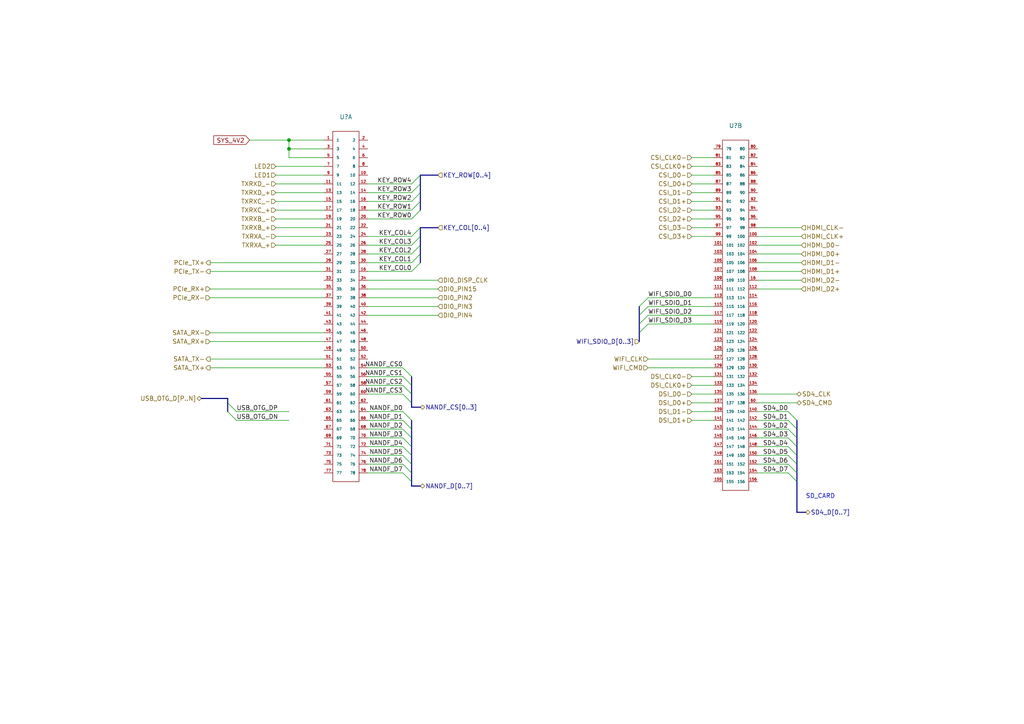
<source format=kicad_sch>
(kicad_sch (version 20211123) (generator eeschema)
  (paper "A4")
  (lib_symbols
    (symbol "IMXDesign-rescue:IMX6ModuleConector_300-William_IMX6QP" (pin_names (offset 1.016))
      (property "Reference" "U" (at 0 3.81 0))
      (property "Value" "IMX6ModuleConector_300-William_IMX6QP" (at 0 6.35 0))
      (symbol "IMX6ModuleConector_300-William_IMX6QP_0_1"
        (rectangle (start -3.81 -5.08) (end 3.81 -106.68))
      )
      (symbol "IMX6ModuleConector_300-William_IMX6QP_1_1"
        (pin input line (at -6.35 -7.62 0) (length 2.54) (name "1") (number "1"))
        (pin input line (at 6.35 -17.78 180) (length 2.54) (name "10") (number "10"))
        (pin input line (at -6.35 -20.32 0) (length 2.54) (name "11") (number "11"))
        (pin input line (at 6.35 -20.32 180) (length 2.54) (name "12") (number "12"))
        (pin input line (at -6.35 -22.86 0) (length 2.54) (name "13") (number "13"))
        (pin input line (at 6.35 -22.86 180) (length 2.54) (name "14") (number "14"))
        (pin input line (at -6.35 -25.4 0) (length 2.54) (name "15") (number "15"))
        (pin input line (at 6.35 -25.4 180) (length 2.54) (name "16") (number "16"))
        (pin input line (at 6.35 -45.72 180) (length 2.54) (name "32") (number "16"))
        (pin input line (at -6.35 -27.94 0) (length 2.54) (name "17") (number "17"))
        (pin input line (at 6.35 -27.94 180) (length 2.54) (name "18") (number "18"))
        (pin input line (at -6.35 -30.48 0) (length 2.54) (name "19") (number "19"))
        (pin input line (at 6.35 -7.62 180) (length 2.54) (name "2") (number "2"))
        (pin input line (at 6.35 -30.48 180) (length 2.54) (name "20") (number "20"))
        (pin input line (at -6.35 -33.02 0) (length 2.54) (name "21") (number "21"))
        (pin input line (at 6.35 -33.02 180) (length 2.54) (name "22") (number "22"))
        (pin input line (at -6.35 -35.56 0) (length 2.54) (name "23") (number "23"))
        (pin input line (at 6.35 -35.56 180) (length 2.54) (name "24") (number "24"))
        (pin input line (at -6.35 -38.1 0) (length 2.54) (name "25") (number "25"))
        (pin input line (at 6.35 -38.1 180) (length 2.54) (name "26") (number "26"))
        (pin input line (at -6.35 -40.64 0) (length 2.54) (name "27") (number "27"))
        (pin input line (at 6.35 -40.64 180) (length 2.54) (name "28") (number "28"))
        (pin input line (at -6.35 -43.18 0) (length 2.54) (name "29") (number "29"))
        (pin input line (at -6.35 -10.16 0) (length 2.54) (name "3") (number "3"))
        (pin input line (at 6.35 -43.18 180) (length 2.54) (name "30") (number "30"))
        (pin input line (at -6.35 -45.72 0) (length 2.54) (name "31") (number "31"))
        (pin input line (at -6.35 -48.26 0) (length 2.54) (name "33") (number "33"))
        (pin input line (at 6.35 -48.26 180) (length 2.54) (name "34") (number "34"))
        (pin input line (at -6.35 -50.8 0) (length 2.54) (name "35") (number "35"))
        (pin input line (at 6.35 -50.8 180) (length 2.54) (name "36") (number "36"))
        (pin input line (at -6.35 -53.34 0) (length 2.54) (name "37") (number "37"))
        (pin input line (at 6.35 -53.34 180) (length 2.54) (name "38") (number "38"))
        (pin input line (at -6.35 -55.88 0) (length 2.54) (name "39") (number "39"))
        (pin input line (at 6.35 -10.16 180) (length 2.54) (name "4") (number "4"))
        (pin input line (at 6.35 -55.88 180) (length 2.54) (name "40") (number "40"))
        (pin input line (at -6.35 -58.42 0) (length 2.54) (name "41") (number "41"))
        (pin input line (at 6.35 -58.42 180) (length 2.54) (name "42") (number "42"))
        (pin input line (at -6.35 -60.96 0) (length 2.54) (name "43") (number "43"))
        (pin input line (at 6.35 -60.96 180) (length 2.54) (name "44") (number "44"))
        (pin input line (at -6.35 -63.5 0) (length 2.54) (name "45") (number "45"))
        (pin input line (at 6.35 -63.5 180) (length 2.54) (name "46") (number "46"))
        (pin input line (at -6.35 -66.04 0) (length 2.54) (name "47") (number "47"))
        (pin input line (at 6.35 -66.04 180) (length 2.54) (name "48") (number "48"))
        (pin input line (at -6.35 -68.58 0) (length 2.54) (name "49") (number "49"))
        (pin input line (at -6.35 -12.7 0) (length 2.54) (name "5") (number "5"))
        (pin input line (at 6.35 -68.58 180) (length 2.54) (name "50") (number "50"))
        (pin input line (at -6.35 -71.12 0) (length 2.54) (name "51") (number "51"))
        (pin input line (at 6.35 -71.12 180) (length 2.54) (name "52") (number "52"))
        (pin input line (at -6.35 -73.66 0) (length 2.54) (name "53") (number "53"))
        (pin input line (at 6.35 -73.66 180) (length 2.54) (name "54") (number "54"))
        (pin input line (at -6.35 -76.2 0) (length 2.54) (name "55") (number "55"))
        (pin input line (at 6.35 -76.2 180) (length 2.54) (name "56") (number "56"))
        (pin input line (at -6.35 -78.74 0) (length 2.54) (name "57") (number "57"))
        (pin input line (at 6.35 -78.74 180) (length 2.54) (name "58") (number "58"))
        (pin input line (at -6.35 -81.28 0) (length 2.54) (name "59") (number "59"))
        (pin input line (at 6.35 -12.7 180) (length 2.54) (name "6") (number "6"))
        (pin input line (at 6.35 -81.28 180) (length 2.54) (name "60") (number "60"))
        (pin input line (at -6.35 -83.82 0) (length 2.54) (name "61") (number "61"))
        (pin input line (at 6.35 -83.82 180) (length 2.54) (name "62") (number "62"))
        (pin input line (at -6.35 -86.36 0) (length 2.54) (name "63") (number "63"))
        (pin input line (at 6.35 -86.36 180) (length 2.54) (name "64") (number "64"))
        (pin input line (at -6.35 -88.9 0) (length 2.54) (name "65") (number "65"))
        (pin input line (at 6.35 -88.9 180) (length 2.54) (name "66") (number "66"))
        (pin input line (at -6.35 -91.44 0) (length 2.54) (name "67") (number "67"))
        (pin input line (at 6.35 -91.44 180) (length 2.54) (name "68") (number "68"))
        (pin input line (at -6.35 -93.98 0) (length 2.54) (name "69") (number "69"))
        (pin input line (at -6.35 -15.24 0) (length 2.54) (name "7") (number "7"))
        (pin input line (at 6.35 -93.98 180) (length 2.54) (name "70") (number "70"))
        (pin input line (at -6.35 -96.52 0) (length 2.54) (name "71") (number "71"))
        (pin input line (at 6.35 -96.52 180) (length 2.54) (name "72") (number "72"))
        (pin input line (at -6.35 -99.06 0) (length 2.54) (name "73") (number "73"))
        (pin input line (at 6.35 -99.06 180) (length 2.54) (name "74") (number "74"))
        (pin input line (at -6.35 -101.6 0) (length 2.54) (name "75") (number "75"))
        (pin input line (at 6.35 -101.6 180) (length 2.54) (name "76") (number "76"))
        (pin input line (at -6.35 -104.14 0) (length 2.54) (name "77") (number "77"))
        (pin input line (at 6.35 -104.14 180) (length 2.54) (name "78") (number "78"))
        (pin input line (at 6.35 -15.24 180) (length 2.54) (name "8") (number "8"))
        (pin input line (at -6.35 -17.78 0) (length 2.54) (name "9") (number "9"))
      )
      (symbol "IMX6ModuleConector_300-William_IMX6QP_2_1"
        (pin input line (at 6.35 -33.02 180) (length 2.54) (name "100") (number "100"))
        (pin input line (at -6.35 -35.56 0) (length 2.54) (name "101") (number "101"))
        (pin input line (at 6.35 -35.56 180) (length 2.54) (name "102") (number "102"))
        (pin input line (at -6.35 -38.1 0) (length 2.54) (name "103") (number "103"))
        (pin input line (at 6.35 -38.1 180) (length 2.54) (name "104") (number "104"))
        (pin input line (at -6.35 -40.64 0) (length 2.54) (name "105") (number "105"))
        (pin input line (at 6.35 -40.64 180) (length 2.54) (name "106") (number "106"))
        (pin input line (at -6.35 -43.18 0) (length 2.54) (name "107") (number "107"))
        (pin input line (at 6.35 -43.18 180) (length 2.54) (name "108") (number "108"))
        (pin input line (at -6.35 -45.72 0) (length 2.54) (name "109") (number "109"))
        (pin input line (at -6.35 -48.26 0) (length 2.54) (name "111") (number "111"))
        (pin input line (at 6.35 -48.26 180) (length 2.54) (name "112") (number "112"))
        (pin input line (at -6.35 -50.8 0) (length 2.54) (name "113") (number "113"))
        (pin input line (at 6.35 -50.8 180) (length 2.54) (name "114") (number "114"))
        (pin input line (at -6.35 -53.34 0) (length 2.54) (name "115") (number "115"))
        (pin input line (at 6.35 -53.34 180) (length 2.54) (name "116") (number "116"))
        (pin input line (at -6.35 -55.88 0) (length 2.54) (name "117") (number "117"))
        (pin input line (at 6.35 -55.88 180) (length 2.54) (name "118") (number "118"))
        (pin input line (at -6.35 -58.42 0) (length 2.54) (name "119") (number "119"))
        (pin input line (at 6.35 -58.42 180) (length 2.54) (name "120") (number "120"))
        (pin input line (at -6.35 -60.96 0) (length 2.54) (name "121") (number "121"))
        (pin input line (at 6.35 -60.96 180) (length 2.54) (name "122") (number "122"))
        (pin input line (at -6.35 -63.5 0) (length 2.54) (name "123") (number "123"))
        (pin input line (at 6.35 -63.5 180) (length 2.54) (name "124") (number "124"))
        (pin input line (at -6.35 -66.04 0) (length 2.54) (name "125") (number "125"))
        (pin input line (at 6.35 -66.04 180) (length 2.54) (name "126") (number "126"))
        (pin input line (at -6.35 -68.58 0) (length 2.54) (name "127") (number "127"))
        (pin input line (at 6.35 -68.58 180) (length 2.54) (name "128") (number "128"))
        (pin input line (at -6.35 -71.12 0) (length 2.54) (name "129") (number "129"))
        (pin input line (at 6.35 -71.12 180) (length 2.54) (name "130") (number "130"))
        (pin input line (at -6.35 -73.66 0) (length 2.54) (name "131") (number "131"))
        (pin input line (at 6.35 -73.66 180) (length 2.54) (name "132") (number "132"))
        (pin input line (at -6.35 -76.2 0) (length 2.54) (name "133") (number "133"))
        (pin input line (at 6.35 -76.2 180) (length 2.54) (name "134") (number "134"))
        (pin input line (at -6.35 -78.74 0) (length 2.54) (name "135") (number "135"))
        (pin input line (at 6.35 -78.74 180) (length 2.54) (name "136") (number "136"))
        (pin input line (at -6.35 -81.28 0) (length 2.54) (name "137") (number "137"))
        (pin input line (at -6.35 -83.82 0) (length 2.54) (name "139") (number "139"))
        (pin input line (at 6.35 -83.82 180) (length 2.54) (name "140") (number "140"))
        (pin input line (at -6.35 -86.36 0) (length 2.54) (name "141") (number "141"))
        (pin input line (at 6.35 -86.36 180) (length 2.54) (name "142") (number "142"))
        (pin input line (at -6.35 -88.9 0) (length 2.54) (name "143") (number "143"))
        (pin input line (at 6.35 -88.9 180) (length 2.54) (name "144") (number "144"))
        (pin input line (at -6.35 -91.44 0) (length 2.54) (name "145") (number "145"))
        (pin input line (at 6.35 -91.44 180) (length 2.54) (name "146") (number "146"))
        (pin input line (at -6.35 -93.98 0) (length 2.54) (name "147") (number "147"))
        (pin input line (at 6.35 -93.98 180) (length 2.54) (name "148") (number "148"))
        (pin input line (at -6.35 -96.52 0) (length 2.54) (name "149") (number "149"))
        (pin input line (at 6.35 -96.52 180) (length 2.54) (name "150") (number "150"))
        (pin input line (at -6.35 -99.06 0) (length 2.54) (name "151") (number "151"))
        (pin input line (at 6.35 -99.06 180) (length 2.54) (name "152") (number "152"))
        (pin input line (at -6.35 -101.6 0) (length 2.54) (name "153") (number "153"))
        (pin input line (at 6.35 -101.6 180) (length 2.54) (name "154") (number "154"))
        (pin input line (at -6.35 -104.14 0) (length 2.54) (name "155") (number "155"))
        (pin input line (at 6.35 -104.14 180) (length 2.54) (name "156") (number "156"))
        (pin input line (at 6.35 -45.72 180) (length 2.54) (name "110") (number "16"))
        (pin input line (at 6.35 -81.28 180) (length 2.54) (name "138") (number "60"))
        (pin input line (at -6.35 -7.62 0) (length 2.54) (name "79") (number "79"))
        (pin input line (at 6.35 -7.62 180) (length 2.54) (name "80") (number "80"))
        (pin input line (at -6.35 -10.16 0) (length 2.54) (name "81") (number "81"))
        (pin input line (at 6.35 -10.16 180) (length 2.54) (name "82") (number "82"))
        (pin input line (at -6.35 -12.7 0) (length 2.54) (name "83") (number "83"))
        (pin input line (at 6.35 -12.7 180) (length 2.54) (name "84") (number "84"))
        (pin input line (at -6.35 -15.24 0) (length 2.54) (name "85") (number "85"))
        (pin input line (at 6.35 -15.24 180) (length 2.54) (name "86") (number "86"))
        (pin input line (at -6.35 -17.78 0) (length 2.54) (name "87") (number "87"))
        (pin input line (at 6.35 -17.78 180) (length 2.54) (name "88") (number "88"))
        (pin input line (at -6.35 -20.32 0) (length 2.54) (name "89") (number "89"))
        (pin input line (at 6.35 -20.32 180) (length 2.54) (name "90") (number "90"))
        (pin input line (at -6.35 -22.86 0) (length 2.54) (name "91") (number "91"))
        (pin input line (at 6.35 -22.86 180) (length 2.54) (name "92") (number "92"))
        (pin input line (at -6.35 -25.4 0) (length 2.54) (name "93") (number "93"))
        (pin input line (at 6.35 -25.4 180) (length 2.54) (name "94") (number "94"))
        (pin input line (at -6.35 -27.94 0) (length 2.54) (name "95") (number "95"))
        (pin input line (at 6.35 -27.94 180) (length 2.54) (name "96") (number "96"))
        (pin input line (at -6.35 -30.48 0) (length 2.54) (name "97") (number "97"))
        (pin input line (at 6.35 -30.48 180) (length 2.54) (name "98") (number "98"))
        (pin input line (at -6.35 -33.02 0) (length 2.54) (name "99") (number "99"))
      )
      (symbol "IMX6ModuleConector_300-William_IMX6QP_3_1"
        (pin input line (at -6.35 -7.62 0) (length 2.54) (name "157") (number "157"))
        (pin input line (at 6.35 -7.62 180) (length 2.54) (name "158") (number "158"))
        (pin input line (at -6.35 -10.16 0) (length 2.54) (name "159") (number "159"))
        (pin input line (at 6.35 -10.16 180) (length 2.54) (name "160") (number "160"))
        (pin input line (at -6.35 -12.7 0) (length 2.54) (name "161") (number "161"))
        (pin input line (at 6.35 -12.7 180) (length 2.54) (name "162") (number "162"))
        (pin input line (at -6.35 -15.24 0) (length 2.54) (name "163") (number "163"))
        (pin input line (at 6.35 -15.24 180) (length 2.54) (name "164") (number "164"))
        (pin input line (at -6.35 -17.78 0) (length 2.54) (name "165") (number "165"))
        (pin input line (at 6.35 -17.78 180) (length 2.54) (name "166") (number "166"))
        (pin input line (at -6.35 -20.32 0) (length 2.54) (name "167") (number "167"))
        (pin input line (at 6.35 -20.32 180) (length 2.54) (name "168") (number "168"))
        (pin input line (at -6.35 -22.86 0) (length 2.54) (name "169") (number "169"))
        (pin input line (at 6.35 -22.86 180) (length 2.54) (name "170") (number "170"))
        (pin input line (at -6.35 -25.4 0) (length 2.54) (name "171") (number "171"))
        (pin input line (at 6.35 -25.4 180) (length 2.54) (name "172") (number "172"))
        (pin input line (at -6.35 -27.94 0) (length 2.54) (name "173") (number "173"))
        (pin input line (at 6.35 -27.94 180) (length 2.54) (name "174") (number "174"))
        (pin input line (at -6.35 -30.48 0) (length 2.54) (name "175") (number "175"))
        (pin input line (at 6.35 -30.48 180) (length 2.54) (name "176") (number "176"))
        (pin input line (at -6.35 -33.02 0) (length 2.54) (name "177") (number "177"))
        (pin input line (at 6.35 -33.02 180) (length 2.54) (name "178") (number "178"))
        (pin input line (at -6.35 -35.56 0) (length 2.54) (name "179") (number "179"))
        (pin input line (at 6.35 -35.56 180) (length 2.54) (name "180") (number "180"))
        (pin input line (at -6.35 -38.1 0) (length 2.54) (name "181") (number "181"))
        (pin input line (at 6.35 -38.1 180) (length 2.54) (name "182") (number "182"))
        (pin input line (at -6.35 -40.64 0) (length 2.54) (name "183") (number "183"))
        (pin input line (at 6.35 -40.64 180) (length 2.54) (name "184") (number "184"))
        (pin input line (at -6.35 -43.18 0) (length 2.54) (name "185") (number "185"))
        (pin input line (at 6.35 -43.18 180) (length 2.54) (name "186") (number "186"))
        (pin input line (at -6.35 -45.72 0) (length 2.54) (name "187") (number "187"))
        (pin input line (at 6.35 -45.72 180) (length 2.54) (name "188") (number "188"))
        (pin input line (at -6.35 -48.26 0) (length 2.54) (name "189") (number "189"))
        (pin input line (at 6.35 -48.26 180) (length 2.54) (name "190") (number "190"))
        (pin input line (at -6.35 -50.8 0) (length 2.54) (name "191") (number "191"))
        (pin input line (at 6.35 -50.8 180) (length 2.54) (name "192") (number "192"))
        (pin input line (at -6.35 -53.34 0) (length 2.54) (name "193") (number "193"))
        (pin input line (at 6.35 -53.34 180) (length 2.54) (name "194") (number "194"))
        (pin input line (at -6.35 -55.88 0) (length 2.54) (name "195") (number "195"))
        (pin input line (at 6.35 -55.88 180) (length 2.54) (name "196") (number "196"))
        (pin input line (at -6.35 -58.42 0) (length 2.54) (name "197") (number "197"))
        (pin input line (at 6.35 -58.42 180) (length 2.54) (name "198") (number "198"))
        (pin input line (at -6.35 -60.96 0) (length 2.54) (name "199") (number "199"))
        (pin input line (at 6.35 -60.96 180) (length 2.54) (name "200") (number "200"))
        (pin input line (at -6.35 -63.5 0) (length 2.54) (name "201") (number "201"))
        (pin input line (at 6.35 -63.5 180) (length 2.54) (name "202") (number "202"))
        (pin input line (at -6.35 -66.04 0) (length 2.54) (name "203") (number "203"))
        (pin input line (at 6.35 -66.04 180) (length 2.54) (name "204") (number "204"))
        (pin input line (at -6.35 -68.58 0) (length 2.54) (name "205") (number "205"))
        (pin input line (at 6.35 -68.58 180) (length 2.54) (name "206") (number "206"))
        (pin input line (at -6.35 -71.12 0) (length 2.54) (name "207") (number "207"))
        (pin input line (at 6.35 -71.12 180) (length 2.54) (name "208") (number "208"))
        (pin input line (at -6.35 -73.66 0) (length 2.54) (name "209") (number "209"))
        (pin input line (at 6.35 -73.66 180) (length 2.54) (name "210") (number "210"))
        (pin input line (at -6.35 -76.2 0) (length 2.54) (name "211") (number "211"))
        (pin input line (at 6.35 -76.2 180) (length 2.54) (name "212") (number "212"))
        (pin input line (at -6.35 -78.74 0) (length 2.54) (name "213") (number "213"))
        (pin input line (at 6.35 -78.74 180) (length 2.54) (name "214") (number "214"))
        (pin input line (at -6.35 -81.28 0) (length 2.54) (name "215") (number "215"))
        (pin input line (at 6.35 -81.28 180) (length 2.54) (name "216") (number "216"))
        (pin input line (at -6.35 -83.82 0) (length 2.54) (name "217") (number "217"))
        (pin input line (at 6.35 -83.82 180) (length 2.54) (name "218") (number "218"))
        (pin input line (at -6.35 -86.36 0) (length 2.54) (name "219") (number "219"))
        (pin input line (at 6.35 -86.36 180) (length 2.54) (name "220") (number "220"))
        (pin input line (at -6.35 -88.9 0) (length 2.54) (name "221") (number "221"))
        (pin input line (at 6.35 -88.9 180) (length 2.54) (name "222") (number "222"))
        (pin input line (at -6.35 -91.44 0) (length 2.54) (name "223") (number "223"))
        (pin input line (at 6.35 -91.44 180) (length 2.54) (name "224") (number "224"))
        (pin input line (at -6.35 -93.98 0) (length 2.54) (name "225") (number "225"))
        (pin input line (at 6.35 -93.98 180) (length 2.54) (name "226") (number "226"))
        (pin input line (at -6.35 -96.52 0) (length 2.54) (name "227") (number "227"))
        (pin input line (at 6.35 -96.52 180) (length 2.54) (name "228") (number "228"))
        (pin input line (at -6.35 -99.06 0) (length 2.54) (name "229") (number "229"))
        (pin input line (at 6.35 -99.06 180) (length 2.54) (name "230") (number "230"))
        (pin input line (at -6.35 -101.6 0) (length 2.54) (name "231") (number "231"))
        (pin input line (at 6.35 -101.6 180) (length 2.54) (name "232") (number "232"))
        (pin input line (at -6.35 -104.14 0) (length 2.54) (name "233") (number "233"))
        (pin input line (at 6.35 -104.14 180) (length 2.54) (name "234") (number "234"))
      )
      (symbol "IMX6ModuleConector_300-William_IMX6QP_4_1"
        (pin input line (at -6.35 -6.35 0) (length 2.54) (name "235") (number "235"))
        (pin input line (at 6.35 -6.35 180) (length 2.54) (name "236") (number "236"))
        (pin input line (at -6.35 -8.89 0) (length 2.54) (name "237") (number "237"))
        (pin input line (at 6.35 -8.89 180) (length 2.54) (name "238") (number "238"))
        (pin input line (at -6.35 -11.43 0) (length 2.54) (name "239") (number "239"))
        (pin input line (at 6.35 -11.43 180) (length 2.54) (name "240") (number "240"))
        (pin input line (at -6.35 -13.97 0) (length 2.54) (name "241") (number "241"))
        (pin input line (at 6.35 -13.97 180) (length 2.54) (name "242") (number "242"))
        (pin input line (at -6.35 -16.51 0) (length 2.54) (name "243") (number "243"))
        (pin input line (at 6.35 -16.51 180) (length 2.54) (name "244") (number "244"))
        (pin input line (at -6.35 -19.05 0) (length 2.54) (name "245") (number "245"))
        (pin input line (at 6.35 -19.05 180) (length 2.54) (name "246") (number "246"))
        (pin input line (at -6.35 -21.59 0) (length 2.54) (name "247") (number "247"))
        (pin input line (at 6.35 -21.59 180) (length 2.54) (name "248") (number "248"))
        (pin input line (at -6.35 -24.13 0) (length 2.54) (name "249") (number "249"))
        (pin input line (at 6.35 -24.13 180) (length 2.54) (name "250") (number "250"))
        (pin input line (at -6.35 -26.67 0) (length 2.54) (name "251") (number "251"))
        (pin input line (at 6.35 -26.67 180) (length 2.54) (name "252") (number "252"))
        (pin input line (at -6.35 -29.21 0) (length 2.54) (name "253") (number "253"))
        (pin input line (at 6.35 -29.21 180) (length 2.54) (name "254") (number "254"))
        (pin input line (at -6.35 -31.75 0) (length 2.54) (name "255") (number "255"))
        (pin input line (at 6.35 -31.75 180) (length 2.54) (name "256") (number "256"))
        (pin input line (at -6.35 -34.29 0) (length 2.54) (name "257") (number "257"))
        (pin input line (at 6.35 -34.29 180) (length 2.54) (name "258") (number "258"))
        (pin input line (at -6.35 -36.83 0) (length 2.54) (name "259") (number "259"))
        (pin input line (at 6.35 -36.83 180) (length 2.54) (name "260") (number "260"))
        (pin input line (at -6.35 -39.37 0) (length 2.54) (name "261") (number "261"))
        (pin input line (at 6.35 -39.37 180) (length 2.54) (name "262") (number "262"))
        (pin input line (at -6.35 -41.91 0) (length 2.54) (name "263") (number "263"))
        (pin input line (at 6.35 -41.91 180) (length 2.54) (name "264") (number "264"))
        (pin input line (at -6.35 -44.45 0) (length 2.54) (name "265") (number "265"))
        (pin input line (at 6.35 -44.45 180) (length 2.54) (name "266") (number "266"))
        (pin input line (at -6.35 -46.99 0) (length 2.54) (name "267") (number "267"))
        (pin input line (at 6.35 -46.99 180) (length 2.54) (name "268") (number "268"))
        (pin input line (at -6.35 -49.53 0) (length 2.54) (name "269") (number "269"))
        (pin input line (at 6.35 -49.53 180) (length 2.54) (name "270") (number "270"))
        (pin input line (at -6.35 -52.07 0) (length 2.54) (name "271") (number "271"))
        (pin input line (at 6.35 -52.07 180) (length 2.54) (name "272") (number "272"))
        (pin input line (at -6.35 -54.61 0) (length 2.54) (name "273") (number "273"))
        (pin input line (at 6.35 -54.61 180) (length 2.54) (name "274") (number "274"))
        (pin input line (at -6.35 -57.15 0) (length 2.54) (name "275") (number "275"))
        (pin input line (at 6.35 -57.15 180) (length 2.54) (name "276") (number "276"))
        (pin input line (at -6.35 -59.69 0) (length 2.54) (name "277") (number "277"))
        (pin input line (at 6.35 -59.69 180) (length 2.54) (name "278") (number "278"))
        (pin input line (at -6.35 -62.23 0) (length 2.54) (name "279") (number "279"))
        (pin input line (at 6.35 -62.23 180) (length 2.54) (name "280") (number "280"))
        (pin input line (at -6.35 -64.77 0) (length 2.54) (name "281") (number "281"))
        (pin input line (at 6.35 -64.77 180) (length 2.54) (name "282") (number "282"))
        (pin input line (at -6.35 -67.31 0) (length 2.54) (name "283") (number "283"))
        (pin input line (at 6.35 -67.31 180) (length 2.54) (name "284") (number "284"))
        (pin input line (at -6.35 -69.85 0) (length 2.54) (name "285") (number "285"))
        (pin input line (at 6.35 -69.85 180) (length 2.54) (name "286") (number "286"))
        (pin input line (at -6.35 -72.39 0) (length 2.54) (name "287") (number "287"))
        (pin input line (at 6.35 -72.39 180) (length 2.54) (name "288") (number "288"))
        (pin input line (at -6.35 -74.93 0) (length 2.54) (name "289") (number "289"))
        (pin input line (at 6.35 -74.93 180) (length 2.54) (name "290") (number "290"))
        (pin input line (at -6.35 -77.47 0) (length 2.54) (name "291") (number "291"))
        (pin input line (at 6.35 -77.47 180) (length 2.54) (name "292") (number "292"))
        (pin input line (at -6.35 -80.01 0) (length 2.54) (name "293") (number "293"))
        (pin input line (at 6.35 -80.01 180) (length 2.54) (name "294") (number "294"))
        (pin input line (at -6.35 -82.55 0) (length 2.54) (name "295") (number "295"))
        (pin input line (at 6.35 -82.55 180) (length 2.54) (name "296") (number "296"))
        (pin input line (at -6.35 -85.09 0) (length 2.54) (name "297") (number "297"))
        (pin input line (at 6.35 -85.09 180) (length 2.54) (name "298") (number "298"))
        (pin input line (at -6.35 -87.63 0) (length 2.54) (name "299") (number "299"))
        (pin input line (at 6.35 -87.63 180) (length 2.54) (name "300") (number "300"))
        (pin input line (at -6.35 -90.17 0) (length 2.54) (name "301") (number "301"))
        (pin input line (at 6.35 -90.17 180) (length 2.54) (name "302") (number "302"))
        (pin input line (at -6.35 -92.71 0) (length 2.54) (name "303") (number "303"))
        (pin input line (at 6.35 -92.71 180) (length 2.54) (name "304") (number "304"))
        (pin input line (at -6.35 -95.25 0) (length 2.54) (name "305") (number "305"))
        (pin input line (at 6.35 -95.25 180) (length 2.54) (name "306") (number "306"))
        (pin input line (at -6.35 -97.79 0) (length 2.54) (name "307") (number "307"))
        (pin input line (at 6.35 -97.79 180) (length 2.54) (name "308") (number "308"))
        (pin input line (at -6.35 -100.33 0) (length 2.54) (name "309") (number "309"))
        (pin input line (at 6.35 -100.33 180) (length 2.54) (name "310") (number "310"))
        (pin input line (at -6.35 -102.87 0) (length 2.54) (name "311") (number "311"))
        (pin input line (at 6.35 -102.87 180) (length 2.54) (name "312") (number "312"))
        (pin input line (at -6.35 -105.41 0) (length 2.54) (name "313") (number "313"))
        (pin input line (at 6.35 -105.41 180) (length 2.54) (name "314") (number "314"))
      )
    )
  )
  (junction (at 83.82 43.18))
  (junction (at 83.82 40.64))
  (bus_entry (at 119.38 78.74) (size 2.54 -2.54))
  (bus_entry (at 116.84 121.92) (size 2.54 2.54))
  (bus_entry (at 116.84 111.76) (size 2.54 2.54))
  (bus_entry (at 228.6 121.92) (size 2.54 2.54))
  (bus_entry (at 116.84 119.38) (size 2.54 2.54))
  (bus_entry (at 187.96 88.9) (size -2.54 2.54))
  (bus_entry (at 116.84 124.46) (size 2.54 2.54))
  (bus_entry (at 119.38 76.2) (size 2.54 -2.54))
  (bus_entry (at 116.84 109.22) (size 2.54 2.54))
  (bus_entry (at 187.96 86.36) (size -2.54 2.54))
  (bus_entry (at 116.84 129.54) (size 2.54 2.54))
  (bus_entry (at 119.38 58.42) (size 2.54 -2.54))
  (bus_entry (at 119.38 55.88) (size 2.54 -2.54))
  (bus_entry (at 119.38 73.66) (size 2.54 -2.54))
  (bus_entry (at 228.6 119.38) (size 2.54 2.54))
  (bus_entry (at 119.38 53.34) (size 2.54 -2.54))
  (bus_entry (at 187.96 91.44) (size -2.54 2.54))
  (bus_entry (at 228.6 124.46) (size 2.54 2.54))
  (bus_entry (at 187.96 93.98) (size -2.54 2.54))
  (bus_entry (at 116.84 132.08) (size 2.54 2.54))
  (bus_entry (at 228.6 127) (size 2.54 2.54))
  (bus_entry (at 68.58 121.92) (size -2.54 -2.54))
  (bus_entry (at 116.84 114.3) (size 2.54 2.54))
  (bus_entry (at 116.84 137.16) (size 2.54 2.54))
  (bus_entry (at 228.6 129.54) (size 2.54 2.54))
  (bus_entry (at 228.6 134.62) (size 2.54 2.54))
  (bus_entry (at 228.6 132.08) (size 2.54 2.54))
  (bus_entry (at 119.38 60.96) (size 2.54 -2.54))
  (bus_entry (at 119.38 71.12) (size 2.54 -2.54))
  (bus_entry (at 119.38 68.58) (size 2.54 -2.54))
  (bus_entry (at 116.84 134.62) (size 2.54 2.54))
  (bus_entry (at 68.58 119.38) (size -2.54 -2.54))
  (bus_entry (at 116.84 127) (size 2.54 2.54))
  (bus_entry (at 228.6 137.16) (size 2.54 2.54))
  (bus_entry (at 116.84 106.68) (size 2.54 2.54))
  (bus_entry (at 119.38 63.5) (size 2.54 -2.54))
  (wire (pts (xy 219.71 68.58) (xy 232.41 68.58)))
  (wire (pts (xy 93.98 96.52) (xy 60.96 96.52)))
  (wire (pts (xy 219.71 124.46) (xy 228.6 124.46)))
  (wire (pts (xy 219.71 132.08) (xy 228.6 132.08)))
  (wire (pts (xy 93.98 86.36) (xy 60.96 86.36)))
  (wire (pts (xy 93.98 45.72) (xy 83.82 45.72)))
  (bus (pts (xy 119.38 116.84) (xy 119.38 118.11)))
  (wire (pts (xy 93.98 55.88) (xy 80.01 55.88)))
  (wire (pts (xy 207.01 68.58) (xy 200.66 68.58)))
  (bus (pts (xy 119.38 118.11) (xy 121.92 118.11)))
  (bus (pts (xy 66.04 116.84) (xy 66.04 119.38)))
  (wire (pts (xy 219.71 127) (xy 228.6 127)))
  (bus (pts (xy 231.14 139.7) (xy 231.14 148.59)))
  (bus (pts (xy 121.92 71.12) (xy 121.92 73.66)))
  (bus (pts (xy 66.04 115.57) (xy 58.42 115.57)))
  (wire (pts (xy 93.98 68.58) (xy 80.01 68.58)))
  (wire (pts (xy 207.01 63.5) (xy 200.66 63.5)))
  (wire (pts (xy 93.98 104.14) (xy 60.96 104.14)))
  (bus (pts (xy 119.38 137.16) (xy 119.38 139.7)))
  (wire (pts (xy 119.38 58.42) (xy 106.68 58.42)))
  (wire (pts (xy 207.01 119.38) (xy 200.66 119.38)))
  (bus (pts (xy 119.38 124.46) (xy 119.38 127)))
  (bus (pts (xy 119.38 127) (xy 119.38 129.54)))
  (bus (pts (xy 185.42 93.98) (xy 185.42 96.52)))
  (wire (pts (xy 93.98 60.96) (xy 80.01 60.96)))
  (wire (pts (xy 207.01 55.88) (xy 200.66 55.88)))
  (wire (pts (xy 207.01 109.22) (xy 200.66 109.22)))
  (bus (pts (xy 119.38 114.3) (xy 119.38 116.84)))
  (bus (pts (xy 119.38 121.92) (xy 119.38 124.46)))
  (wire (pts (xy 119.38 68.58) (xy 106.68 68.58)))
  (wire (pts (xy 219.71 78.74) (xy 232.41 78.74)))
  (wire (pts (xy 207.01 45.72) (xy 200.66 45.72)))
  (wire (pts (xy 219.71 129.54) (xy 228.6 129.54)))
  (wire (pts (xy 207.01 106.68) (xy 187.96 106.68)))
  (wire (pts (xy 106.68 88.9) (xy 127 88.9)))
  (wire (pts (xy 219.71 73.66) (xy 232.41 73.66)))
  (wire (pts (xy 207.01 116.84) (xy 200.66 116.84)))
  (wire (pts (xy 93.98 99.06) (xy 60.96 99.06)))
  (wire (pts (xy 106.68 86.36) (xy 127 86.36)))
  (bus (pts (xy 231.14 124.46) (xy 231.14 127)))
  (bus (pts (xy 231.14 148.59) (xy 233.68 148.59)))
  (wire (pts (xy 207.01 93.98) (xy 187.96 93.98)))
  (wire (pts (xy 93.98 76.2) (xy 60.96 76.2)))
  (wire (pts (xy 207.01 60.96) (xy 200.66 60.96)))
  (wire (pts (xy 93.98 106.68) (xy 60.96 106.68)))
  (bus (pts (xy 119.38 109.22) (xy 119.38 111.76)))
  (wire (pts (xy 93.98 53.34) (xy 80.01 53.34)))
  (wire (pts (xy 93.98 66.04) (xy 80.01 66.04)))
  (wire (pts (xy 219.71 81.28) (xy 232.41 81.28)))
  (wire (pts (xy 93.98 58.42) (xy 80.01 58.42)))
  (wire (pts (xy 83.82 45.72) (xy 83.82 43.18)))
  (wire (pts (xy 106.68 137.16) (xy 116.84 137.16)))
  (wire (pts (xy 207.01 121.92) (xy 200.66 121.92)))
  (wire (pts (xy 219.71 71.12) (xy 232.41 71.12)))
  (wire (pts (xy 93.98 83.82) (xy 60.96 83.82)))
  (wire (pts (xy 93.98 48.26) (xy 80.01 48.26)))
  (wire (pts (xy 207.01 91.44) (xy 187.96 91.44)))
  (wire (pts (xy 93.98 63.5) (xy 80.01 63.5)))
  (bus (pts (xy 119.38 111.76) (xy 119.38 114.3)))
  (wire (pts (xy 106.68 91.44) (xy 127 91.44)))
  (bus (pts (xy 119.38 139.7) (xy 119.38 140.97)))
  (wire (pts (xy 106.68 127) (xy 116.84 127)))
  (wire (pts (xy 119.38 63.5) (xy 106.68 63.5)))
  (wire (pts (xy 72.39 40.64) (xy 83.82 40.64)))
  (bus (pts (xy 231.14 134.62) (xy 231.14 137.16)))
  (bus (pts (xy 185.42 91.44) (xy 185.42 93.98)))
  (bus (pts (xy 231.14 121.92) (xy 231.14 124.46)))
  (bus (pts (xy 119.38 134.62) (xy 119.38 137.16)))
  (wire (pts (xy 219.71 137.16) (xy 228.6 137.16)))
  (wire (pts (xy 119.38 53.34) (xy 106.68 53.34)))
  (wire (pts (xy 93.98 71.12) (xy 80.01 71.12)))
  (wire (pts (xy 93.98 40.64) (xy 83.82 40.64)))
  (wire (pts (xy 93.98 43.18) (xy 83.82 43.18)))
  (wire (pts (xy 207.01 111.76) (xy 200.66 111.76)))
  (bus (pts (xy 121.92 66.04) (xy 121.92 68.58)))
  (wire (pts (xy 106.68 132.08) (xy 116.84 132.08)))
  (wire (pts (xy 83.82 43.18) (xy 83.82 40.64)))
  (bus (pts (xy 121.92 50.8) (xy 121.92 53.34)))
  (wire (pts (xy 106.68 121.92) (xy 116.84 121.92)))
  (wire (pts (xy 207.01 88.9) (xy 187.96 88.9)))
  (wire (pts (xy 119.38 76.2) (xy 106.68 76.2)))
  (bus (pts (xy 119.38 129.54) (xy 119.38 132.08)))
  (bus (pts (xy 121.92 55.88) (xy 121.92 58.42)))
  (wire (pts (xy 106.68 111.76) (xy 116.84 111.76)))
  (bus (pts (xy 121.92 73.66) (xy 121.92 76.2)))
  (wire (pts (xy 106.68 129.54) (xy 116.84 129.54)))
  (bus (pts (xy 231.14 137.16) (xy 231.14 139.7)))
  (wire (pts (xy 219.71 119.38) (xy 228.6 119.38)))
  (wire (pts (xy 93.98 50.8) (xy 80.01 50.8)))
  (bus (pts (xy 231.14 127) (xy 231.14 129.54)))
  (wire (pts (xy 207.01 58.42) (xy 200.66 58.42)))
  (wire (pts (xy 119.38 78.74) (xy 106.68 78.74)))
  (wire (pts (xy 106.68 109.22) (xy 116.84 109.22)))
  (bus (pts (xy 119.38 132.08) (xy 119.38 134.62)))
  (wire (pts (xy 83.82 121.92) (xy 68.58 121.92)))
  (bus (pts (xy 119.38 140.97) (xy 121.92 140.97)))
  (wire (pts (xy 106.68 83.82) (xy 127 83.82)))
  (wire (pts (xy 207.01 104.14) (xy 187.96 104.14)))
  (wire (pts (xy 116.84 119.38) (xy 106.68 119.38)))
  (bus (pts (xy 121.92 53.34) (xy 121.92 55.88)))
  (bus (pts (xy 231.14 129.54) (xy 231.14 132.08)))
  (wire (pts (xy 219.71 134.62) (xy 228.6 134.62)))
  (bus (pts (xy 185.42 88.9) (xy 185.42 91.44)))
  (bus (pts (xy 66.04 115.57) (xy 66.04 116.84)))
  (wire (pts (xy 106.68 81.28) (xy 127 81.28)))
  (wire (pts (xy 219.71 83.82) (xy 232.41 83.82)))
  (wire (pts (xy 207.01 53.34) (xy 200.66 53.34)))
  (bus (pts (xy 121.92 66.04) (xy 127 66.04)))
  (wire (pts (xy 119.38 55.88) (xy 106.68 55.88)))
  (wire (pts (xy 119.38 73.66) (xy 106.68 73.66)))
  (bus (pts (xy 121.92 58.42) (xy 121.92 60.96)))
  (wire (pts (xy 119.38 71.12) (xy 106.68 71.12)))
  (wire (pts (xy 83.82 119.38) (xy 68.58 119.38)))
  (wire (pts (xy 207.01 86.36) (xy 187.96 86.36)))
  (wire (pts (xy 106.68 114.3) (xy 116.84 114.3)))
  (wire (pts (xy 219.71 76.2) (xy 232.41 76.2)))
  (wire (pts (xy 219.71 121.92) (xy 228.6 121.92)))
  (bus (pts (xy 231.14 132.08) (xy 231.14 134.62)))
  (bus (pts (xy 121.92 68.58) (xy 121.92 71.12)))
  (wire (pts (xy 119.38 60.96) (xy 106.68 60.96)))
  (wire (pts (xy 207.01 50.8) (xy 200.66 50.8)))
  (wire (pts (xy 207.01 114.3) (xy 200.66 114.3)))
  (wire (pts (xy 219.71 114.3) (xy 231.14 114.3)))
  (wire (pts (xy 106.68 134.62) (xy 116.84 134.62)))
  (wire (pts (xy 207.01 66.04) (xy 200.66 66.04)))
  (wire (pts (xy 219.71 66.04) (xy 232.41 66.04)))
  (bus (pts (xy 121.92 50.8) (xy 127 50.8)))
  (wire (pts (xy 207.01 48.26) (xy 200.66 48.26)))
  (wire (pts (xy 93.98 78.74) (xy 60.96 78.74)))
  (wire (pts (xy 106.68 106.68) (xy 116.84 106.68)))
  (wire (pts (xy 219.71 116.84) (xy 231.14 116.84)))
  (wire (pts (xy 106.68 124.46) (xy 116.84 124.46)))
  (bus (pts (xy 185.42 96.52) (xy 185.42 99.06)))
  (text "SD_CARD" (at 233.68 144.78 0) (effects (font (size 1.27 1.27)) (justify left bottom)))
  (label "NANDF_D2" (at 116.84 124.46 180))
  (label "NANDF_D1" (at 116.84 121.92 180))
  (label "KEY_COL2" (at 119.38 73.66 180))
  (label "USB_OTG_DP" (at 68.58 119.38 0))
  (label "KEY_ROW0" (at 119.38 63.5 180))
  (label "SD4_D2" (at 228.6 124.46 180))
  (label "SD4_D6" (at 228.6 134.62 180))
  (label "NANDF_D7" (at 116.84 137.16 180))
  (label "KEY_COL0" (at 119.38 78.74 180))
  (label "KEY_COL1" (at 119.38 76.2 180))
  (label "NANDF_D6" (at 116.84 134.62 180))
  (label "USB_OTG_DN" (at 68.58 121.92 0))
  (label "SD4_D0" (at 228.6 119.38 180))
  (label "KEY_COL4" (at 119.38 68.58 180))
  (label "SD4_D4" (at 228.6 129.54 180))
  (label "NANDF_D4" (at 116.84 129.54 180))
  (label "NANDF_D5" (at 116.84 132.08 180))
  (label "WIFI_SDIO_D3" (at 187.96 93.98 0))
  (label "KEY_ROW2" (at 119.38 58.42 180))
  (label "NANDF_CS2" (at 116.84 111.76 180))
  (label "NANDF_D0" (at 116.84 119.38 180))
  (label "WIFI_SDIO_D1" (at 187.96 88.9 0))
  (label "KEY_COL3" (at 119.38 71.12 180))
  (label "KEY_ROW1" (at 119.38 60.96 180))
  (label "SD4_D5" (at 228.6 132.08 180))
  (label "KEY_ROW4" (at 119.38 53.34 180))
  (label "SD4_D3" (at 228.6 127 180))
  (label "NANDF_CS0" (at 116.84 106.68 180))
  (label "WIFI_SDIO_D0" (at 187.96 86.36 0))
  (label "SD4_D1" (at 228.6 121.92 180))
  (label "SD4_D7" (at 228.6 137.16 180))
  (label "NANDF_CS3" (at 116.84 114.3 180))
  (label "WIFI_SDIO_D2" (at 187.96 91.44 0))
  (label "KEY_ROW3" (at 119.38 55.88 180))
  (label "NANDF_D3" (at 116.84 127 180))
  (label "NANDF_CS1" (at 116.84 109.22 180))
  (global_label "SYS_4V2" (shape input) (at 72.39 40.64 180) (property "Intersheet References" "${INTERSHEET_REFS}" (effects hide)))
  (hierarchical_label "DI0_DISP_CLK" (shape input) (at 127 81.28 0))
  (hierarchical_label "KEY_ROW[0..4]" (shape input) (at 127 50.8 0))
  (hierarchical_label "TXRXA_+" (shape input) (at 80.01 71.12 180))
  (hierarchical_label "CSI_D1-" (shape input) (at 200.66 55.88 180))
  (hierarchical_label "DI0_PIN4" (shape input) (at 127 91.44 0))
  (hierarchical_label "LED1" (shape input) (at 80.01 50.8 180))
  (hierarchical_label "CSI_CLK0-" (shape input) (at 200.66 45.72 180))
  (hierarchical_label "USB_OTG_D[P..N]" (shape bidirectional) (at 58.42 115.57 180))
  (hierarchical_label "NANDF_CS[0..3]" (shape bidirectional) (at 121.92 118.11 0))
  (hierarchical_label "CSI_D0+" (shape input) (at 200.66 53.34 180))
  (hierarchical_label "SD4_CMD" (shape bidirectional) (at 231.14 116.84 0))
  (hierarchical_label "CSI_D0-" (shape input) (at 200.66 50.8 180))
  (hierarchical_label "SATA_RX-" (shape input) (at 60.96 96.52 180))
  (hierarchical_label "WIFI_CLK" (shape input) (at 187.96 104.14 180))
  (hierarchical_label "DI0_PIN2" (shape input) (at 127 86.36 0))
  (hierarchical_label "SD4_D[0..7]" (shape bidirectional) (at 233.68 148.59 0))
  (hierarchical_label "SATA_TX+" (shape output) (at 60.96 106.68 180))
  (hierarchical_label "DSI_CLK0+" (shape input) (at 200.66 111.76 180))
  (hierarchical_label "KEY_COL[0..4]" (shape input) (at 127 66.04 0))
  (hierarchical_label "SATA_TX-" (shape output) (at 60.96 104.14 180))
  (hierarchical_label "DSI_D0-" (shape input) (at 200.66 114.3 180))
  (hierarchical_label "LED2" (shape input) (at 80.01 48.26 180))
  (hierarchical_label "DSI_CLK0-" (shape input) (at 200.66 109.22 180))
  (hierarchical_label "CSI_CLK0+" (shape input) (at 200.66 48.26 180))
  (hierarchical_label "TXRXB_+" (shape input) (at 80.01 66.04 180))
  (hierarchical_label "WIFI_CMD" (shape input) (at 187.96 106.68 180))
  (hierarchical_label "PCIe_TX+" (shape output) (at 60.96 76.2 180))
  (hierarchical_label "HDMI_D1+" (shape input) (at 232.41 78.74 0))
  (hierarchical_label "CSI_D2-" (shape input) (at 200.66 60.96 180))
  (hierarchical_label "SATA_RX+" (shape input) (at 60.96 99.06 180))
  (hierarchical_label "CSI_D3+" (shape input) (at 200.66 68.58 180))
  (hierarchical_label "WIFI_SDIO_D[0..3]" (shape input) (at 185.42 99.06 180))
  (hierarchical_label "HDMI_D2-" (shape input) (at 232.41 81.28 0))
  (hierarchical_label "TXRXB_-" (shape input) (at 80.01 63.5 180))
  (hierarchical_label "DI0_PIN15" (shape input) (at 127 83.82 0))
  (hierarchical_label "HDMI_D0+" (shape input) (at 232.41 73.66 0))
  (hierarchical_label "HDMI_CLK-" (shape input) (at 232.41 66.04 0))
  (hierarchical_label "SD4_CLK" (shape bidirectional) (at 231.14 114.3 0))
  (hierarchical_label "TXRXC_+" (shape input) (at 80.01 60.96 180))
  (hierarchical_label "PCIe_TX-" (shape output) (at 60.96 78.74 180))
  (hierarchical_label "HDMI_D0-" (shape input) (at 232.41 71.12 0))
  (hierarchical_label "DI0_PIN3" (shape input) (at 127 88.9 0))
  (hierarchical_label "DSI_D1+" (shape input) (at 200.66 121.92 180))
  (hierarchical_label "HDMI_D2+" (shape input) (at 232.41 83.82 0))
  (hierarchical_label "PCIe_RX+" (shape input) (at 60.96 83.82 180))
  (hierarchical_label "CSI_D3-" (shape input) (at 200.66 66.04 180))
  (hierarchical_label "DSI_D0+" (shape input) (at 200.66 116.84 180))
  (hierarchical_label "CSI_D2+" (shape input) (at 200.66 63.5 180))
  (hierarchical_label "HDMI_D1-" (shape input) (at 232.41 76.2 0))
  (hierarchical_label "DSI_D1-" (shape input) (at 200.66 119.38 180))
  (hierarchical_label "PCIe_RX-" (shape input) (at 60.96 86.36 180))
  (hierarchical_label "TXRXA_-" (shape input) (at 80.01 68.58 180))
  (hierarchical_label "TXRXD_+" (shape input) (at 80.01 55.88 180))
  (hierarchical_label "TXRXC_-" (shape input) (at 80.01 58.42 180))
  (hierarchical_label "CSI_D1+" (shape input) (at 200.66 58.42 180))
  (hierarchical_label "TXRXD_-" (shape input) (at 80.01 53.34 180))
  (hierarchical_label "NANDF_D[0..7]" (shape bidirectional) (at 121.92 140.97 0))
  (hierarchical_label "HDMI_CLK+" (shape input) (at 232.41 68.58 0))
  (symbol (lib_id "IMXDesign-rescue:IMX6ModuleConector_300-William_IMX6QP") (at 100.33 33.02 0) (unit 1)
    (property "Reference" "U?" (at 100.33 33.909 0))
  )
  (symbol (lib_id "IMXDesign-rescue:IMX6ModuleConector_300-William_IMX6QP") (at 213.36 35.56 0) (unit 2)
    (property "Reference" "U?" (at 213.36 36.449 0))
  )
)
</source>
